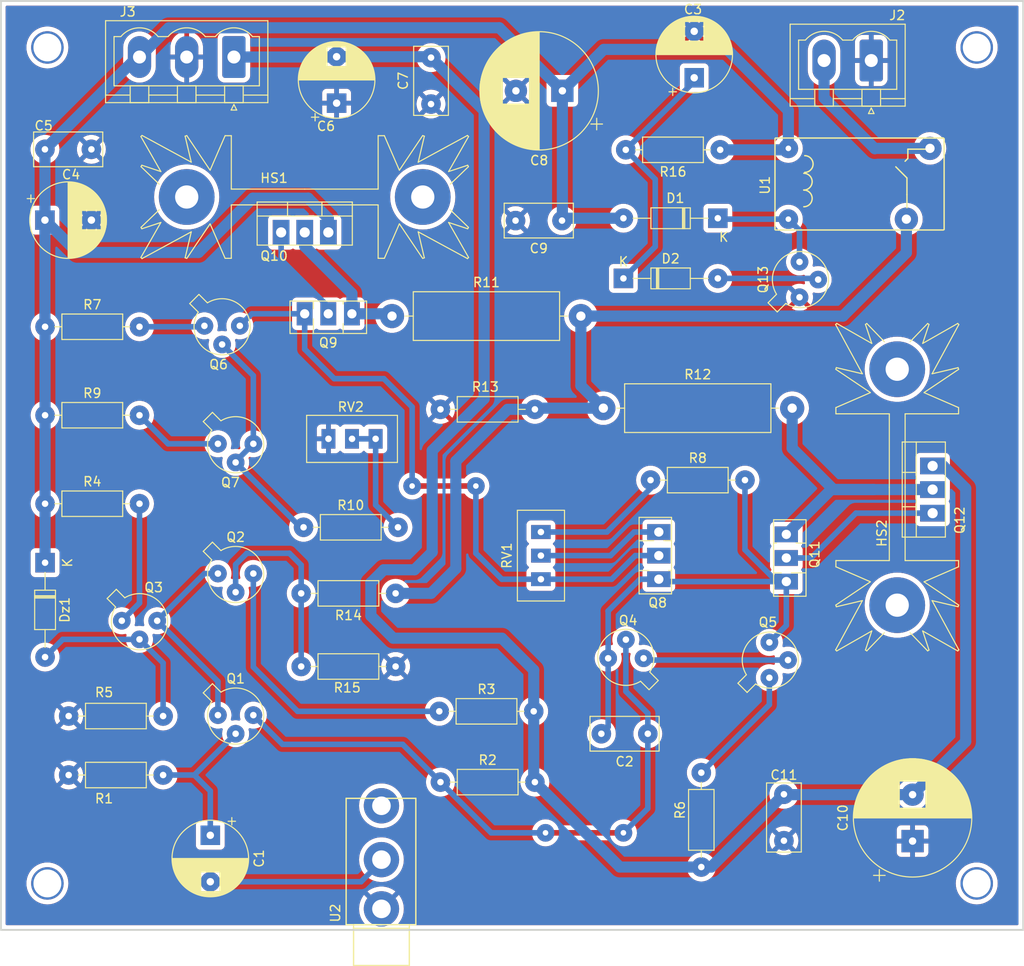
<source format=kicad_pcb>
(kicad_pcb (version 20211014) (generator pcbnew)
  (title_block (title "Nuck 45V vers 24/12V 13A") (date "2022-03-01") (rev "V0") (company "INSA GEI") (comment 1 "TR"))
  (layers (0 "F.Cu" signal) (31 "B.Cu" signal) (34 "B.Paste" user) (35 "F.Paste" user) (36 "B.SilkS" user "B.Silkscreen") (37 "F.SilkS" user "F.Silkscreen") (38 "B.Mask" user) (39 "F.Mask" user) (44 "Edge.Cuts" user))
  (net 0 "")
  (net 1 "Net-(Q10-Pad1)")
  (net 2 "Net-(Q10-Pad2)")
  (net 3 "+12V")
  (net 4 "Net-(Q11-Pad2)")
  (net 5 "Net-(Q11-Pad1)")
  (net 6 "-12V")
  (net 7 "Net-(Q1-Pad1)")
  (net 8 "Net-(C1-Pad1)")
  (net 9 "Net-(C2-Pad1)")
  (net 10 "Net-(Q2-Pad2)")
  (net 11 "Net-(Q2-Pad3)")
  (net 12 "Net-(Q3-Pad1)")
  (net 13 "Net-(Dz1-Pad2)")
  (net 14 "Net-(Q4-Pad1)")
  (net 15 "Net-(C2-Pad2)")
  (net 16 "Net-(Q5-Pad1)")
  (net 17 "Net-(Q6-Pad1)")
  (net 18 "Net-(Q6-Pad2)")
  (net 19 "Net-(Q6-Pad3)")
  (net 20 "Net-(Q7-Pad1)")
  (net 21 "GND")
  (net 22 "Net-(D2-Pad2)")
  (net 23 "Net-(D1-Pad1)")
  (net 24 "Net-(Q8-Pad3)")
  (net 25 "Net-(R11-Pad2)")
  (net 26 "Net-(J2-Pad2)")
  (net 27 "Net-(R8-Pad1)")
  (net 28 "Net-(R10-Pad2)")
  (net 29 "Net-(C3-Pad1)")
  (net 31 "Net-(C1-Pad2)")
  (footprint "CmpAmpliAudioTR:CP_Radial_D12.5mm_P5.00mm" (layer "F.Cu") (at 143.293959 46.99 180)
    (fp_text reference "C8" (at 2.5 -7.5) (layer "F.SilkS"))
    (fp_text value "470u")
    (pad "1" thru_hole rect locked (at 0 0 180) (size 2.4 2.4) (drill 0.8) (layers *.Cu *.Mask) (net 3 "+12V"))
    (pad "2" thru_hole circle locked (at 5 0 180) (size 2.4 2.4) (drill 0.8) (layers *.Cu *.Mask) (net 21 "GND"))
  )
  (footprint "CmpAmpliAudioTR:R_Axial_DIN0207_L6.3mm_D2.5mm_P10.16mm_Horizontal" (layer "F.Cu") (at 130.048 113.792)
    (fp_text reference "R3" (at 5.08 -2.37) (layer "F.SilkS"))
    (fp_text value "R")
    (pad "1" thru_hole circle locked (at 0 0) (size 2.1 2.1) (drill 0.7) (layers *.Cu *.Mask) (net 11 "Net-(Q2-Pad3)"))
    (pad "2" thru_hole circle locked (at 10.16 0) (size 2.1 2.1) (drill 0.7) (layers *.Cu *.Mask) (net 6 "-12V"))
  )
  (footprint "CmpAmpliAudioTR:D_DO-35_SOD27_P10.16mm_Horizontal" (layer "F.Cu") (at 149.86 67.183)
    (fp_text reference "D2" (at 5.08 -2.12) (layer "F.SilkS"))
    (fp_text value "D_Zener")
    (fp_text user "K" (at 0 -1.8) (layer "F.SilkS"))
    (pad "1" thru_hole rect locked (at 0 0) (size 2.1 2.1) (drill 0.7) (layers *.Cu *.Mask) (net 29 "Net-(C3-Pad1)"))
    (pad "2" thru_hole oval locked (at 10.16 0) (size 2.1 2.1) (drill 0.7) (layers *.Cu *.Mask) (net 22 "Net-(D2-Pad2)"))
  )
  (footprint "CmpAmpliAudioTR:D_DO-35_SOD27_P10.16mm_Horizontal" (layer "F.Cu") (at 87.63 97.79 -90)
    (fp_text reference "Dz1" (at 5.08 -2.12 90) (layer "F.SilkS"))
    (fp_text value "BZX55C5V1")
    (fp_text user "K" (at 0 -2.413 90) (layer "F.SilkS"))
    (pad "1" thru_hole rect locked (at 0 0 270) (size 2.1 2.1) (drill 0.7) (layers *.Cu *.Mask) (net 3 "+12V"))
    (pad "2" thru_hole oval locked (at 10.16 0 270) (size 2.1 2.1) (drill 0.7) (layers *.Cu *.Mask) (net 13 "Net-(Dz1-Pad2)"))
  )
  (footprint "CmpAmpliAudioTR:C_Rect_L7.2mm_W3.5mm_P5.00mm_FKS2_FKP2_MKS2_MKP2" (layer "F.Cu") (at 143.253959 60.96 180)
    (fp_text reference "C9" (at 2.5 -3) (layer "F.SilkS"))
    (fp_text value "100n")
    (pad "1" thru_hole circle locked (at 0 0 180) (size 2.1 2.1) (drill 0.7) (layers *.Cu *.Mask) (net 3 "+12V"))
    (pad "2" thru_hole circle locked (at 5 0 180) (size 2.1 2.1) (drill 0.7) (layers *.Cu *.Mask) (net 21 "GND"))
  )
  (footprint "CmpAmpliAudioTR:TO-220-3_Vertical" (layer "F.Cu") (at 113.03 62.23)
    (fp_text reference "Q10" (at -0.762 2.54) (layer "F.SilkS"))
    (fp_text value "TIP32")
    (pad "1" thru_hole rect locked (at 0 0) (size 1.8 2.7) (drill 1.1) (layers *.Cu *.Mask) (net 1 "Net-(Q10-Pad1)"))
    (pad "2" thru_hole rect locked (at 2.54 0) (size 1.8 2.7) (drill 1.1) (layers *.Cu *.Mask) (net 2 "Net-(Q10-Pad2)"))
    (pad "3" thru_hole rect locked (at 5.08 0) (size 1.8 2.7) (drill 1.1) (layers *.Cu *.Mask) (net 3 "+12V"))
  )
  (footprint "CmpAmpliAudioTR:TO-18-3" (layer "F.Cu") (at 105.41 72.39)
    (fp_text reference "Q6" (at 0.889 4.064) (layer "F.SilkS"))
    (fp_text value "2N2907")
    (pad "1" thru_hole circle locked (at -0.635 -0.1) (size 1.9 1.9) (drill 0.7) (layers *.Cu *.Mask) (net 17 "Net-(Q6-Pad1)"))
    (pad "2" thru_hole circle locked (at 1.27 1.905) (size 1.9 1.9) (drill 0.7) (layers *.Cu *.Mask) (net 18 "Net-(Q6-Pad2)"))
    (pad "3" thru_hole circle locked (at 3.175 -0.1) (size 1.9 1.9) (drill 0.7) (layers *.Cu *.Mask) (net 19 "Net-(Q6-Pad3)"))
  )
  (footprint "CmpAmpliAudioTR:R_Axial_DIN0207_L6.3mm_D2.5mm_P10.16mm_Horizontal" (layer "F.Cu") (at 87.63 91.44)
    (fp_text reference "R4" (at 5.08 -2.37) (layer "F.SilkS"))
    (fp_text value "R")
    (pad "1" thru_hole circle locked (at 0 0) (size 2.1 2.1) (drill 0.7) (layers *.Cu *.Mask) (net 3 "+12V"))
    (pad "2" thru_hole circle locked (at 10.16 0) (size 2.1 2.1) (drill 0.7) (layers *.Cu *.Mask) (net 12 "Net-(Q3-Pad1)"))
  )
  (footprint "CmpAmpliAudioTR:R_Axial_DIN0207_L6.3mm_D2.5mm_P10.16mm_Horizontal" (layer "F.Cu") (at 100.33 120.65 180)
    (fp_text reference "R1" (at 6.35 -2.54) (layer "F.SilkS"))
    (fp_text value "R")
    (pad "1" thru_hole circle locked (at 0 0 180) (size 2.1 2.1) (drill 0.7) (layers *.Cu *.Mask) (net 8 "Net-(C1-Pad1)"))
    (pad "2" thru_hole circle locked (at 10.16 0 180) (size 2.1 2.1) (drill 0.7) (layers *.Cu *.Mask) (net 21 "GND"))
  )
  (footprint "CmpAmpliAudioTR:R_Axial_DIN0207_L6.3mm_D2.5mm_P10.16mm_Horizontal" (layer "F.Cu") (at 125.349 101.092 180)
    (fp_text reference "R14" (at 5.08 -2.37) (layer "F.SilkS"))
    (fp_text value "R")
    (pad "1" thru_hole circle locked (at 0 0 180) (size 2.1 2.1) (drill 0.7) (layers *.Cu *.Mask) (net 25 "Net-(R11-Pad2)"))
    (pad "2" thru_hole circle locked (at 10.16 0 180) (size 2.1 2.1) (drill 0.7) (layers *.Cu *.Mask) (net 10 "Net-(Q2-Pad2)"))
  )
  (footprint "CmpAmpliAudioTR:Relais_112LMH2" (layer "F.Cu") (at 175.26 57.15)
    (fp_text reference "U1" (at -10.16 0 90) (layer "F.SilkS"))
    (fp_text value "Relay_1CT")
    (pad "b1" thru_hole circle (at -7.65 3.655) (size 2.1 2.1) (drill 0.6) (layers *.Cu *.Mask) (net 23 "Net-(D1-Pad1)"))
    (pad "b2" thru_hole circle (at -7.65 -3.965) (size 2.1 2.1) (drill 0.6) (layers *.Cu *.Mask) (net 3 "+12V"))
    (pad "c1" thru_hole circle (at 5.05 3.655) (size 2.5 2.5) (drill 1) (layers *.Cu *.Mask) (net 25 "Net-(R11-Pad2)"))
    (pad "c2" thru_hole circle (at 7.59 -3.965) (size 2.5 2.5) (drill 1) (layers *.Cu *.Mask) (net 26 "Net-(J2-Pad2)"))
  )
  (footprint "CmpAmpliAudioTR:C_Rect_L7.2mm_W3.5mm_P5.00mm_FKS2_FKP2_MKS2_MKP2" (layer "F.Cu") (at 167.132 127.722 90)
    (fp_text reference "C11" (at 7.072 0 180) (layer "F.SilkS"))
    (fp_text value "100n")
    (pad "1" thru_hole circle locked (at 0 0 90) (size 2.1 2.1) (drill 0.7) (layers *.Cu *.Mask) (net 21 "GND"))
    (pad "2" thru_hole circle locked (at 5 0 90) (size 2.1 2.1) (drill 0.7) (layers *.Cu *.Mask) (net 6 "-12V"))
  )
  (footprint "CmpAmpliAudioTR:Potentiometer_Bourns_3296W_Vertical" (layer "F.Cu") (at 140.982 94.488 90)
    (fp_text reference "RV1" (at -2.54 -3.66 90) (layer "F.SilkS"))
    (fp_text value "R_POT")
    (pad "1" thru_hole rect locked (at 0 0 90) (size 1.5 2.1) (drill 0.7) (layers *.Cu *.Mask) (net 27 "Net-(R8-Pad1)"))
    (pad "2" thru_hole rect locked (at -2.54 0 90) (size 1.5 2.1) (drill 0.7) (layers *.Cu *.Mask) (net 24 "Net-(Q8-Pad3)"))
    (pad "3" thru_hole rect locked (at -5.08 0 90) (size 1.5 2.1) (drill 0.7) (layers *.Cu *.Mask) (net 19 "Net-(Q6-Pad3)"))
  )
  (footprint "CmpAmpliAudioTR:Jack_35RAPC2AV" (layer "F.Cu") (at 123.825 137.16 90)
    (fp_text reference "U2" (at 1.651 -4.953 90) (layer "F.SilkS"))
    (fp_text value "Jack_Mono")
    (pad "G" thru_hole circle locked (at 2.1 0 90) (size 3.8 3.8) (drill 2) (layers *.Cu *.Mask) (net 21 "GND"))
    (pad "T" thru_hole circle locked (at 7.4 0 90) (size 3.8 3.8) (drill 2) (layers *.Cu *.Mask) (net 31 "Net-(C1-Pad2)"))
    (pad "TN" thru_hole circle locked (at 13.2 0 90) (size 3.8 3.8) (drill 2) (layers *.Cu *.Mask))
  )
  (footprint "CmpAmpliAudioTR:Heatsink_Fischer_SK104-STC-STIC_35x13mm_2xDrill2.5mm" (layer "F.Cu") (at 179.324 89.662 -90)
    (fp_text reference "HS2" (at 4.953 1.651 90) (layer "F.SilkS"))
    (fp_text value "Heatsink")
    (pad "1" thru_hole circle locked (at 12.7 0 270) (size 6 6) (drill 2.5) (layers *.Cu *.Mask))
    (pad "1" thru_hole circle locked (at -12.7 0 90) (size 6 6) (drill 2.5) (layers *.Cu *.Mask))
  )
  (footprint "CmpAmpliAudioTR:TO-18-3" (layer "F.Cu") (at 151.395552 107.981317 180)
    (fp_text reference "Q4" (at 1.027552 3.968317) (layer "F.SilkS"))
    (fp_text value "2N2222")
    (pad "1" thru_hole circle locked (at -0.635 -0.1 180) (size 1.9 1.9) (drill 0.7) (layers *.Cu *.Mask) (net 14 "Net-(Q4-Pad1)"))
    (pad "2" thru_hole circle locked (at 1.27 1.905 180) (size 1.9 1.9) (drill 0.7) (layers *.Cu *.Mask) (net 9 "Net-(C2-Pad1)"))
    (pad "3" thru_hole circle locked (at 3.175 -0.1 180) (size 1.9 1.9) (drill 0.7) (layers *.Cu *.Mask) (net 15 "Net-(C2-Pad2)"))
  )
  (footprint "CmpAmpliAudioTR:TO-220-3_Vertical" (layer "F.Cu") (at 183.134 92.456 90)
    (fp_text reference "Q12" (at -0.762 2.921 270) (layer "F.SilkS"))
    (fp_text value "TIP31")
    (pad "1" thru_hole rect locked (at 0 0 90) (size 1.8 2.7) (drill 1.1) (layers *.Cu *.Mask) (net 4 "Net-(Q11-Pad2)"))
    (pad "2" thru_hole rect locked (at 2.54 0 90) (size 1.8 2.7) (drill 1.1) (layers *.Cu *.Mask) (net 5 "Net-(Q11-Pad1)"))
    (pad "3" thru_hole rect locked (at 5.08 0 90) (size 1.8 2.7) (drill 1.1) (layers *.Cu *.Mask) (net 6 "-12V"))
  )
  (footprint "CmpAmpliAudioTR:R_Axial_DIN0516_L15.5mm_D5.0mm_P20.32mm_Horizontal" (layer "F.Cu") (at 147.701 81.153)
    (fp_text reference "R12" (at 10.16 -3.62) (layer "F.SilkS"))
    (fp_text value "R")
    (pad "1" thru_hole circle locked (at 0 0) (size 2.6 2.6) (drill 1) (layers *.Cu *.Mask) (net 25 "Net-(R11-Pad2)"))
    (pad "2" thru_hole oval locked (at 20.32 0) (size 2.6 2.6) (drill 1) (layers *.Cu *.Mask) (net 5 "Net-(Q11-Pad1)"))
  )
  (footprint "CmpAmpliAudioTR:PhoenixContact_MSTBVA_2,5_2-G-5,08_1x02_P5.08mm_Vertical" (layer "F.Cu") (at 176.53 43.7275 180)
    (fp_text reference "J2" (at -2.794 4.8655) (layer "F.SilkS"))
    (fp_text value "Conn_01x02")
    (pad "1" thru_hole roundrect locked (at 0 0 180) (size 2.5 4.5) (drill 1.4) (layers *.Cu *.Mask) (roundrect_rratio 0.12) (net 21 "GND"))
    (pad "2" thru_hole oval locked (at 5.08 0 180) (size 2.5 4.5) (drill 1.4) (layers *.Cu *.Mask) (net 26 "Net-(J2-Pad2)"))
  )
  (footprint "CmpAmpliAudioTR:TO-18-3" (layer "F.Cu") (at 106.864724 99.06)
    (fp_text reference "Q2" (at 1.27 -4.02) (layer "F.SilkS"))
    (fp_text value "2N2907")
    (pad "1" thru_hole circle locked (at -0.635 -0.1) (size 1.9 1.9) (drill 0.7) (layers *.Cu *.Mask) (net 7 "Net-(Q1-Pad1)"))
    (pad "2" thru_hole circle locked (at 1.27 1.905) (size 1.9 1.9) (drill 0.7) (layers *.Cu *.Mask) (net 10 "Net-(Q2-Pad2)"))
    (pad "3" thru_hole circle locked (at 3.175 -0.1) (size 1.9 1.9) (drill 0.7) (layers *.Cu *.Mask) (net 11 "Net-(Q2-Pad3)"))
  )
  (footprint "CmpAmpliAudioTR:R_Axial_DIN0207_L6.3mm_D2.5mm_P10.16mm_Horizontal" (layer "F.Cu") (at 100.33 114.3 180)
    (fp_text reference "R5" (at 6.35 2.54) (layer "F.SilkS"))
    (fp_text value "R")
    (pad "1" thru_hole circle locked (at 0 0 180) (size 2.1 2.1) (drill 0.7) (layers *.Cu *.Mask) (net 13 "Net-(Dz1-Pad2)"))
    (pad "2" thru_hole circle locked (at 10.16 0 180) (size 2.1 2.1) (drill 0.7) (layers *.Cu *.Mask) (net 21 "GND"))
  )
  (footprint "CmpAmpliAudioTR:D_DO-35_SOD27_P10.16mm_Horizontal" (layer "F.Cu") (at 160.02 60.706 180)
    (fp_text reference "D1" (at 4.572 2.159) (layer "F.SilkS"))
    (fp_text value "1N4148")
    (fp_text user "K" (at -0.635 -2.032) (layer "F.SilkS"))
    (pad "1" thru_hole rect locked (at 0 0 180) (size 2.1 2.1) (drill 0.7) (layers *.Cu *.Mask) (net 23 "Net-(D1-Pad1)"))
    (pad "2" thru_hole oval locked (at 10.16 0 180) (size 2.1 2.1) (drill 0.7) (layers *.Cu *.Mask) (net 3 "+12V"))
  )
  (footprint "CmpAmpliAudioTR:R_Axial_DIN0207_L6.3mm_D2.5mm_P10.16mm_Horizontal" (layer "F.Cu") (at 158.242 120.396 -90)
    (fp_text reference "R6" (at 4.026041 2.286 90) (layer "F.SilkS"))
    (fp_text value "R")
    (pad "1" thru_hole circle locked (at 0 0 270) (size 2.1 2.1) (drill 0.7) (layers *.Cu *.Mask) (net 16 "Net-(Q5-Pad1)"))
    (pad "2" thru_hole circle locked (at 10.16 0 270) (size 2.1 2.1) (drill 0.7) (layers *.Cu *.Mask) (net 6 "-12V"))
  )
  (footprint "CmpAmpliAudioTR:CP_Radial_D12.5mm_P5.00mm" (layer "F.Cu") (at 180.975 127.762 90)
    (fp_text reference "C10" (at 2.5 -7.5 90) (layer "F.SilkS"))
    (fp_text value "470u")
    (pad "1" thru_hole rect locked (at 0 0 90) (size 2.4 2.4) (drill 0.8) (layers *.Cu *.Mask) (net 21 "GND"))
    (pad "2" thru_hole circle locked (at 5 0 90) (size 2.4 2.4) (drill 0.8) (layers *.Cu *.Mask) (net 6 "-12V"))
  )
  (footprint "CmpAmpliAudioTR:C_Rect_L7.2mm_W3.5mm_P5.00mm_FKS2_FKP2_MKS2_MKP2" (layer "F.Cu") (at 152.487 116.205 180)
    (fp_text reference "C2" (at 2.5 -3) (layer "F.SilkS"))
    (fp_text value "C")
    (pad "1" thru_hole circle locked (at 0 0 180) (size 2.1 2.1) (drill 0.7) (layers *.Cu *.Mask) (net 9 "Net-(C2-Pad1)"))
    (pad "2" thru_hole circle locked (at 5 0 180) (size 2.1 2.1) (drill 0.7) (layers *.Cu *.Mask) (net 15 "Net-(C2-Pad2)"))
  )
  (footprint "CmpAmpliAudioTR:TO-18-3" (layer "F.Cu") (at 96.52 104.14)
    (fp_text reference "Q3" (at 2.794 -3.683) (layer "F.SilkS"))
    (fp_text value "2N2907")
    (pad "1" thru_hole circle locked (at -0.635 -0.1) (size 1.9 1.9) (drill 0.7) (layers *.Cu *.Mask) (net 12 "Net-(Q3-Pad1)"))
    (pad "2" thru_hole circle locked (at 1.27 1.905) (size 1.9 1.9) (drill 0.7) (layers *.Cu *.Mask) (net 13 "Net-(Dz1-Pad2)"))
    (pad "3" thru_hole circle locked (at 3.175 -0.1) (size 1.9 1.9) (drill 0.7) (layers *.Cu *.Mask) (net 7 "Net-(Q1-Pad1)"))
  )
  (footprint "CmpAmpliAudioTR:C_Rect_L7.2mm_W3.5mm_P5.00mm_FKS2_FKP2_MKS2_MKP2" (layer "F.Cu") (at 87.614949 53.2892)
    (fp_text reference "C5" (at -0.137349 -2.54) (layer "F.SilkS"))
    (fp_text value "100n")
    (pad "1" thru_hole circle locked (at 0 0) (size 2.1 2.1) (drill 0.7) (layers *.Cu *.Mask) (net 3 "+12V"))
    (pad "2" thru_hole circle locked (at 5 0) (size 2.1 2.1) (drill 0.7) (layers *.Cu *.Mask) (net 21 "GND"))
  )
  (footprint "CmpAmpliAudioTR:TO-126-3_Vertical" (layer "F.Cu") (at 120.644 70.993 180)
    (fp_text reference "Q9" (at 2.54 -3.12) (layer "F.SilkS"))
    (fp_text value "BD139")
    (pad "1" thru_hole rect locked (at 0 0 180) (size 1.7 2.5) (drill 1) (layers *.Cu *.Mask) (net 2 "Net-(Q10-Pad2)"))
    (pad "2" thru_hole rect locked (at 2.54 0 180) (size 1.7 2.5) (drill 1) (layers *.Cu *.Mask) (net 1 "Net-(Q10-Pad1)"))
    (pad "3" thru_hole rect locked (at 5.08 0 180) (size 1.7 2.5) (drill 1) (layers *.Cu *.Mask) (net 19 "Net-(Q6-Pad3)"))
  )
  (footprint "CmpAmpliAudioTR:R_Axial_DIN0516_L15.5mm_D5.0mm_P20.32mm_Horizontal" (layer "F.Cu") (at 124.962 71.241)
    (fp_text reference "R11" (at 10.16 -3.62) (layer "F.SilkS"))
    (fp_text value "R")
    (pad "1" thru_hole circle locked (at 0 0) (size 2.6 2.6) (drill 1) (layers *.Cu *.Mask) (net 2 "Net-(Q10-Pad2)"))
    (pad "2" thru_hole oval locked (at 20.32 0) (size 2.6 2.6) (drill 1) (layers *.Cu *.Mask) (net 25 "Net-(R11-Pad2)"))
  )
  (footprint "CmpAmpliAudioTR:TO-18-3" (layer "F.Cu") (at 106.864724 85.09)
    (fp_text reference "Q7" (at 0.704276 4.064) (layer "F.SilkS"))
    (fp_text value "2N2907")
    (pad "1" thru_hole circle locked (at -0.635 -0.1) (size 1.9 1.9) (drill 0.7) (layers *.Cu *.Mask) (net 20 "Net-(Q7-Pad1)"))
    (pad "2" thru_hole circle locked (at 1.27 1.905) (size 1.9 1.9) (drill 0.7) (layers *.Cu *.Mask) (net 18 "Net-(Q6-Pad2)"))
    (pad "3" thru_hole circle locked (at 3.175 -0.1) (size 1.9 1.9) (drill 0.7) (layers *.Cu *.Mask) (net 18 "Net-(Q6-Pad2)"))
  )
  (footprint "CmpAmpliAudioTR:R_Axial_DIN0207_L6.3mm_D2.5mm_P10.16mm_Horizontal" (layer "F.Cu") (at 87.63 72.39)
    (fp_text reference "R7" (at 5.08 -2.37) (layer "F.SilkS"))
    (fp_text value "R")
    (pad "1" thru_hole circle locked (at 0 0) (size 2.1 2.1) (drill 0.7) (layers *.Cu *.Mask) (net 3 "+12V"))
    (pad "2" thru_hole circle locked (at 10.16 0) (size 2.1 2.1) (drill 0.7) (layers *.Cu *.Mask) (net 17 "Net-(Q6-Pad1)"))
  )
  (footprint "CmpAmpliAudioTR:R_Axial_DIN0207_L6.3mm_D2.5mm_P10.16mm_Horizontal" (layer "F.Cu") (at 130.175 121.412)
    (fp_text reference "R2" (at 5.08 -2.37) (layer "F.SilkS"))
    (fp_text value "R")
    (pad "1" thru_hole circle locked (at 0 0) (size 2.1 2.1) (drill 0.7) (layers *.Cu *.Mask) (net 9 "Net-(C2-Pad1)"))
    (pad "2" thru_hole circle locked (at 10.16 0) (size 2.1 2.1) (drill 0.7) (layers *.Cu *.Mask) (net 6 "-12V"))
  )
  (footprint "CmpAmpliAudioTR:C_Rect_L7.2mm_W3.5mm_P5.00mm_FKS2_FKP2_MKS2_MKP2" (layer "F.Cu") (at 129.16 48.414698 90)
    (fp_text reference "C7" (at 2.5 -3 90) (layer "F.SilkS"))
    (fp_text value "100n")
    (pad "1" thru_hole circle locked (at 0 0 90) (size 2.1 2.1) (drill 0.7) (layers *.Cu *.Mask) (net 21 "GND"))
    (pad "2" thru_hole circle locked (at 5 0 90) (size 2.1 2.1) (drill 0.7) (layers *.Cu *.Mask) (net 6 "-12V"))
  )
  (footprint "CmpAmpliAudioTR:TO-18-3" (layer "F.Cu") (at 165.665724 109.543276 90)
    (fp_text reference "Q5" (at 5.334 -0.254 180) (layer "F.SilkS"))
    (fp_text value "2N2222")
    (pad "1" thru_hole circle locked (at -0.635 -0.1 90) (size 1.9 1.9) (drill 0.7) (layers *.Cu *.Mask) (net 16 "Net-(Q5-Pad1)"))
    (pad "2" thru_hole circle locked (at 1.27 1.905 90) (size 1.9 1.9) (drill 0.7) (layers *.Cu *.Mask) (net 14 "Net-(Q4-Pad1)"))
    (pad "3" thru_hole circle locked (at 3.175 -0.1 90) (size 1.9 1.9) (drill 0.7) (layers *.Cu *.Mask) (net 15 "Net-(C2-Pad2)"))
  )
  (footprint "CmpAmpliAudioTR:Heatsink_Fischer_SK104-STC-STIC_35x13mm_2xDrill2.5mm" (layer "F.Cu") (at 115.57 58.42)
    (fp_text reference "HS1" (at -3.302 -2.032) (layer "F.SilkS"))
    (fp_text value "Heatsink")
    (pad "1" thru_hole circle locked (at 12.7 0) (size 6 6) (drill 2.5) (layers *.Cu *.Mask))
    (pad "1" thru_hole circle locked (at -12.7 0 180) (size 6 6) (drill 2.5) (layers *.Cu *.Mask))
  )
  (footprint "CmpAmpliAudioTR:R_Axial_DIN0207_L6.3mm_D2.5mm_P10.16mm_Horizontal" (layer "F.Cu") (at 115.189 108.966)
    (fp_text reference "R15" (at 4.953 2.286) (layer "F.SilkS"))
    (fp_text value "R")
    (pad "1" thru_hole circle locked (at 0 0) (size 2.1 2.1) (drill 0.7) (layers *.Cu *.Mask) (net 10 "Net-(Q2-Pad2)"))
    (pad "2" thru_hole circle locked (at 10.16 0) (size 2.1 2.1) (drill 0.7) (layers *.Cu *.Mask) (net 21 "GND"))
  )
  (footprint "CmpAmpliAudioTR:R_Axial_DIN0207_L6.3mm_D2.5mm_P10.16mm_Horizontal" (layer "F.Cu") (at 115.443 93.98)
    (fp_text reference "R10" (at 5.08 -2.37) (layer "F.SilkS"))
    (fp_text value "R")
    (pad "1" thru_hole circle locked (at 0 0) (size 2.1 2.1) (drill 0.7) (layers *.Cu *.Mask) (net 18 "Net-(Q6-Pad2)"))
    (pad "2" thru_hole circle locked (at 10.16 0) (size 2.1 2.1) (drill 0.7) (layers *.Cu *.Mask) (net 28 "Net-(R10-Pad2)"))
  )
  (footprint "CmpAmpliAudioTR:CP_Radial_D8.0mm_P5.00mm" (layer "F.Cu") (at 119 48.317349 90)
    (fp_text reference "C6" (at -2.482651 -1.144 180) (layer "F.SilkS"))
    (fp_text value "10u")
    (pad "1" thru_hole rect locked (at 0 0 90) (size 2.1 2.1) (drill 0.8) (layers *.Cu *.Mask) (net 21 "GND"))
    (pad "2" thru_hole circle locked (at 5 0 90) (size 2.1 2.1) (drill 0.8) (layers *.Cu *.Mask) (net 6 "-12V"))
  )
  (footprint "CmpAmpliAudioTR:PhoenixContact_MSTBVA_2,5_3-G-5,08_1x03_P5.08mm_Vertical" (layer "F.Cu") (at 107.95 43.35 180)
    (fp_text reference "J3" (at 11.43 4.869 180) (layer "F.SilkS"))
    (fp_text value "Conn_01x03")
    (pad "1" thru_hole roundrect locked (at 0 0 180) (size 2.5 4.5) (drill 1.4) (layers *.Cu *.Mask) (roundrect_rratio 0.12) (net 6 "-12V"))
    (pad "2" thru_hole oval locked (at 5.08 0 180) (size 2.5 4.5) (drill 1.4) (layers *.Cu *.Mask) (net 21 "GND"))
    (pad "3" thru_hole oval locked (at 10.16 0 180) (size 2.5 4.5) (drill 1.4) (layers *.Cu *.Mask) (net 3 "+12V"))
  )
  (footprint "CmpAmpliAudioTR:CP_Radial_D8.0mm_P5.00mm" (layer "F.Cu") (at 157.48 45.582651 90)
    (fp_text reference "C3" (at 7.355651 -0.127 180) (layer "F.SilkS"))
    (fp_text value "100u")
    (pad "1" thru_hole rect locked (at 0 0 90) (size 2.1 2.1) (drill 0.8) (layers *.Cu *.Mask) (net 29 "Net-(C3-Pad1)"))
    (pad "2" thru_hole circle locked (at 5 0 90) (size 2.1 2.1) (drill 0.8) (layers *.Cu *.Mask) (net 21 "GND"))
  )
  (footprint "CmpAmpliAudioTR:TO-126-3_Vertical" (layer "F.Cu") (at 167.392 94.742 -90)
    (fp_text reference "Q11" (at 2.159 -3.048 90) (layer "F.SilkS"))
    (fp_text value "BD138")
    (pad "1" thru_hole rect locked (at 0 0 270) (size 1.7 2.5) (drill 1) (layers *.Cu *.Mask) (net 5 "Net-(Q11-Pad1)"))
    (pad "2" thru_hole rect locked (at 2.54 0 270) (size 1.7 2.5) (drill 1) (layers *.Cu *.Mask) (net 4 "Net-(Q11-Pad2)"))
    (pad "3" thru_hole rect locked (at 5.08 0 270) (size 1.7 2.5) (drill 1) (layers *.Cu *.Mask) (net 15 "Net-(C2-Pad2)"))
  )
  (footprint "CmpAmpliAudioTR:TO-126-3_Vertical" (layer "F.Cu") (at 153.67 99.568 90)
    (fp_text reference "Q8" (at -2.54 -0.127 180) (layer "F.SilkS"))
    (fp_text value "BD139")
    (pad "1" thru_hole rect locked (at 0 0 90) (size 1.7 2.5) (drill 1) (layers *.Cu *.Mask) (net 15 "Net-(C2-Pad2)"))
    (pad "2" thru_hole rect locked (at 2.54 0 90) (size 1.7 2.5) (drill 1) (layers *.Cu *.Mask) (net 19 "Net-(Q6-Pad3)"))
    (pad "3" thru_hole rect locked (at 5.08 0 90) (size 1.7 2.5) (drill 1) (layers *.Cu *.Mask) (net 24 "Net-(Q8-Pad3)"))
  )
  (footprint "CmpAmpliAudioTR:R_Axial_DIN0207_L6.3mm_D2.5mm_P10.16mm_Horizontal" (layer "F.Cu") (at 87.63 81.915)
    (fp_text reference "R9" (at 5.08 -2.37) (layer "F.SilkS"))
    (fp_text value "R")
    (pad "1" thru_hole circle locked (at 0 0) (size 2.1 2.1) (drill 0.7) (layers *.Cu *.Mask) (net 3 "+12V"))
    (pad "2" thru_hole circle locked (at 10.16 0) (size 2.1 2.1) (drill 0.7) (layers *.Cu *.Mask) (net 20 "Net-(Q7-Pad1)"))
  )
  (footprint "CmpAmpliAudioTR:Potentiometer_Bourns_3296W_Vertical" (layer "F.Cu") (at 123.2 84.455)
    (fp_text reference "RV2" (at -2.677 -3.429) (layer "F.SilkS"))
    (fp_text value "R_POT")
    (pad "1" thru_hole rect locked (at 0 0) (size 1.5 2.1) (drill 0.7) (layers *.Cu *.Mask) (net 28 "Net-(R10-Pad2)"))
    (pad "2" thru_hole rect locked (at -2.54 0) (size 1.5 2.1) (drill 0.7) (layers *.Cu *.Mask) (net 28 "Net-(R10-Pad2)"))
    (pad "3" thru_hole rect locked (at -5.08 0) (size 1.5 2.1) (drill 0.7) (layers *.Cu *.Mask) (net 21 "GND"))
  )
  (footprint "CmpAmpliAudioTR:CP_Radial_D8.0mm_P5.00mm" (layer "F.Cu") (at 87.614949 60.9092)
    (fp_text reference "C4" (at 2.809051 -4.9022) (layer "F.SilkS"))
    (fp_text value "10u")
    (pad "1" thru_hole rect locked (at 0 0) (size 2.1 2.1) (drill 0.8) (layers *.Cu *.Mask) (net 3 "+12V"))
    (pad "2" thru_hole circle locked (at 5 0) (size 2.1 2.1) (drill 0.8) (layers *.Cu *.Mask) (net 21 "GND"))
  )
  (footprint "CmpAmpliAudioTR:CP_Radial_D8.0mm_P5.00mm" (layer "F.Cu") (at 105.41 127.137349 -90)
    (fp_text reference "C1" (at 2.5 -5.25 -270) (layer "F.SilkS"))
    (fp_text value "47u")
    (pad "1" thru_hole rect locked (at 0 0 270) (size 2.1 2.1) (drill 0.8) (layers *.Cu *.Mask) (net 8 "Net-(C1-Pad1)"))
    (pad "2" thru_hole circle locked (at 5 0 270) (size 2.1 2.1) (drill 0.8) (layers *.Cu *.Mask) (net 31 "Net-(C1-Pad2)"))
  )
  (footprint "CmpAmpliAudioTR:TO-18-3" (layer "F.Cu") (at 106.864724 114.3)
    (fp_text reference "Q1" (at 1.27 -4.02) (layer "F.SilkS"))
    (fp_text value "2N2907")
    (pad "1" thru_hole circle locked (at -0.635 -0.1) (size 1.9 1.9) (drill 0.7) (layers *.Cu *.Mask) (net 7 "Net-(Q1-Pad1)"))
    (pad "2" thru_hole circle locked (at 1.27 1.905) (size 1.9 1.9) (drill 0.7) (layers *.Cu *.Mask) (net 8 "Net-(C1-Pad1)"))
    (pad "3" thru_hole circle locked (at 3.175 -0.1) (size 1.9 1.9) (drill 0.7) (layers *.Cu *.Mask) (net 9 "Net-(C2-Pad1)"))
  )
  (footprint "CmpAmpliAudioTR:R_Axial_DIN0207_L6.3mm_D2.5mm_P10.16mm_Horizontal" (layer "F.Cu") (at 140.335 81.28 180)
    (fp_text reference "R13" (at 5.334 2.413) (layer "F.SilkS"))
    (fp_text value "R")
    (pad "1" thru_hole circle locked (at 0 0 180) (size 2.1 2.1) (drill 0.7) (layers *.Cu *.Mask) (net 25 "Net-(R11-Pad2)"))
    (pad "2" thru_hole circle locked (at 10.16 0 180) (size 2.1 2.1) (drill 0.7) (layers *.Cu *.Mask) (net 21 "GND"))
  )
  (footprint "CmpAmpliAudioTR:TO-18-3" (layer "F.Cu") (at 168.91 68.58 90)
    (fp_text reference "Q13" (at 1.27 -4.02 90) (layer "F.SilkS"))
    (fp_text value "2N2222")
    (pad "1" thru_hole circle locked (at -0.635 -0.1 90) (size 1.9 1.9) (drill 0.7) (layers *.Cu *.Mask) (net 21 "GND"))
    (pad "2" thru_hole circle locked (at 1.27 1.905 90) (size 1.9 1.9) (drill 0.7) (layers *.Cu *.Mask) (net 22 "Net-(D2-Pad2)"))
    (pad "3" thru_hole circle locked (at 3.175 -0.1 90) (size 1.9 1.9) (drill 0.7) (layers *.Cu *.Mask) (net 23 "Net-(D1-Pad1)"))
  )
  (footprint "CmpAmpliAudioTR:R_Axial_DIN0207_L6.3mm_D2.5mm_P10.16mm_Horizontal" (layer "F.Cu") (at 160.274 53.34 180)
    (fp_text reference "R16" (at 5.08 -2.37) (layer "F.SilkS"))
    (fp_text value "R")
    (pad "1" thru_hole circle locked (at 0 0 180) (size 2.1 2.1) (drill 0.7) (layers *.Cu *.Mask) (net 3 "+12V"))
    (pad "2" thru_hole circle locked (at 10.16 0 180) (size 2.1 2.1) (drill 0.7) (layers *.Cu *.Mask) (net 29 "Net-(C3-Pad1)"))
  )
  (footprint "CmpAmpliAudioTR:R_Axial_DIN0207_L6.3mm_D2.5mm_P10.16mm_Horizontal" (layer "F.Cu") (at 152.781 88.9)
    (fp_text reference "R8" (at 5.08 -2.37 180) (layer "F.SilkS"))
    (fp_text value "R")
    (pad "1" thru_hole circle locked (at 0 0) (size 2.1 2.1) (drill 0.7) (layers *.Cu *.Mask) (net 27 "Net-(R8-Pad1)"))
    (pad "2" thru_hole circle locked (at 10.16 0) (size 2.1 2.1) (drill 0.7) (layers *.Cu *.Mask) (net 15 "Net-(C2-Pad2)"))
  )
  (gr_rect (start 82.88 37.32) (end 192.88 137.32) (layer "Edge.Cuts") (width 0.2) (fill none))
  (gr_text "AMPLICATEUR" (at 138.049 133.985) (layer "B.Cu") (effects (font (size 1.5 1.5) (thickness 0.3)) (justify mirror)))
  (gr_text "13/03/22" (at 153.797 133.985) (layer "B.Cu") (effects (font (size 1.5 1.5) (thickness 0.3)) (justify mirror)))
  (gr_text "HOLMES EMILY" (at 137.795 131.064) (layer "B.Cu") (effects (font (size 1.5 1.5) (thickness 0.3)) (justify mirror)))
  (via (at 87.88 132.32) (size 3.5) (drill 3) (layers "F.Cu" "B.Cu") (net 0))
  (via (at 187.88 132.32) (size 3.5) (drill 3) (layers "F.Cu" "B.Cu") (net 0))
  (via (at 87.88 42.32) (size 3.5) (drill 3) (layers "F.Cu" "B.Cu") (net 0))
  (via (at 187.88 42.32) (size 3.5) (drill 3) (layers "F.Cu" "B.Cu") (net 0))
  (segment (start 113.03 62.23) (end 113.03 65.159978) (width 0.6) (layer "B.Cu") (net 1))
  (segment (start 118.104 70.233978) (end 118.104 70.993) (width 0.6) (layer "B.Cu") (net 1))
  (segment (start 113.03 65.159978) (end 118.104 70.233978) (width 0.6) (layer "B.Cu") (net 1))
  (segment (start 115.57 63.739022) (end 120.644 68.813022) (width 1.2) (layer "B.Cu") (net 2))
  (segment (start 120.644 70.993) (end 124.714 70.993) (width 1.2) (layer "B.Cu") (net 2))
  (segment (start 120.644 68.813022) (end 120.644 70.993) (width 1.2) (layer "B.Cu") (net 2))
  (segment (start 124.714 70.993) (end 124.962 71.241) (width 1.2) (layer "B.Cu") (net 2))
  (segment (start 115.57 62.23) (end 115.57 63.739022) (width 1.2) (layer "B.Cu") (net 2))
  (segment (start 167.455 53.34) (end 167.61 53.185) (width 1.2) (layer "B.Cu") (net 3))
  (segment (start 115.951 58.547) (end 109.982 58.547) (width 1.2) (layer "B.Cu") (net 3))
  (segment (start 161.023162 42.532162) (end 147.751797 42.532162) (width 1.2) (layer "B.Cu") (net 3))
  (segment (start 87.63 81.915) (end 87.63 91.44) (width 1.2) (layer "B.Cu") (net 3))
  (segment (start 147.751797 42.532162) (end 143.293959 46.99) (width 1.2) (layer "B.Cu") (net 3))
  (segment (start 104.14 64.389) (end 91.094749 64.389) (width 1.2) (layer "B.Cu") (net 3))
  (segment (start 87.614949 72.374949) (end 87.63 72.39) (width 1.2) (layer "B.Cu") (net 3))
  (segment (start 143.293959 46.99) (end 143.293959 60.92) (width 1.2) (layer "B.Cu") (net 3))
  (segment (start 97.79 43.35) (end 97.554149 43.35) (width 1.2) (layer "B.Cu") (net 3))
  (segment (start 143.507959 60.706) (end 143.253959 60.96) (width 1.2) (layer "B.Cu") (net 3))
  (segment (start 97.554149 43.35) (end 87.614949 53.2892) (width 1.2) (layer "B.Cu") (net 3))
  (segment (start 87.614949 53.2892) (end 87.614949 60.9092) (width 1.2) (layer "B.Cu") (net 3))
  (segment (start 100.93952 40.20048) (end 136.504439 40.20048) (width 1.2) (layer "B.Cu") (net 3))
  (segment (start 143.293959 60.92) (end 143.253959 60.96) (width 1.2) (layer "B.Cu") (net 3))
  (segment (start 118.11 62.23) (end 118.11 60.720978) (width 1.2) (layer "B.Cu") (net 3))
  (segment (start 87.63 72.39) (end 87.63 81.915) (width 1.2) (layer "B.Cu") (net 3))
  (segment (start 91.094749 64.389) (end 87.614949 60.9092) (width 1.2) (layer "B.Cu") (net 3))
  (segment (start 87.63 91.44) (end 87.63 97.79) (width 1.2) (layer "B.Cu") (net 3))
  (segment (start 136.504439 40.20048) (end 143.293959 46.99) (width 1.2) (layer "B.Cu") (net 3))
  (segment (start 115.951 58.561978) (end 115.951 58.547) (width 1.2) (layer "B.Cu") (net 3))
  (segment (start 167.61 53.185) (end 167.61 49.119) (width 1.2) (layer "B.Cu") (net 3))
  (segment (start 149.86 60.706) (end 143.507959 60.706) (width 1.2) (layer "B.Cu") (net 3))
  (segment (start 109.982 58.547) (end 104.14 64.389) (width 1.2) (layer "B.Cu") (net 3))
  (segment (start 87.614949 60.9092) (end 87.614949 72.374949) (width 1.2) (layer "B.Cu") (net 3))
  (segment (start 97.79 43.35) (end 100.93952 40.20048) (width 1.2) (layer "B.Cu") (net 3))
  (segment (start 167.61 49.119) (end 161.023162 42.532162) (width 1.2) (layer "B.Cu") (net 3))
  (segment (start 118.11 60.720978) (end 115.951 58.561978) (width 1.2) (layer "B.Cu") (net 3))
  (segment (start 160.274 53.34) (end 167.455 53.34) (width 1.2) (layer "B.Cu") (net 3))
  (segment (start 174.879 92.456) (end 170.053 97.282) (width 0.6) (layer "B.Cu") (net 4))
  (segment (start 183.134 92.456) (end 174.879 92.456) (width 0.6) (layer "B.Cu") (net 4))
  (segment (start 170.053 97.282) (end 167.392 97.282) (width 0.6) (layer "B.Cu") (net 4))
  (segment (start 172.218 89.916) (end 167.392 94.742) (width 1.2) (layer "B.Cu") (net 5))
  (segment (start 183.134 89.916) (end 176.784 89.916) (width 1.2) (layer "B.Cu") (net 5))
  (segment (start 176.784 89.916) (end 172.466 89.916) (width 1.2) (layer "B.Cu") (net 5))
  (segment (start 168.021 85.471) (end 168.021 81.153) (width 1.2) (layer "B.Cu") (net 5))
  (segment (start 176.784 89.916) (end 172.218 89.916) (width 1.2) (layer "B.Cu") (net 5))
  (segment (start 172.466 89.916) (end 168.021 85.471) (width 1.2) (layer "B.Cu") (net 5))
  (segment (start 184.277 87.376) (end 186.69 89.789) (width 1.2) (layer "B.Cu") (net 6))
  (segment (start 127.381 98.552) (end 124.079 98.552) (width 1.2) (layer "B.Cu") (net 6))
  (segment (start 140.335 121.412) (end 149.479 130.556) (width 1.2) (layer "B.Cu") (net 6))
  (segment (start 125.095 105.918) (end 136.779 105.918) (width 1.2) (layer "B.Cu") (net 6))
  (segment (start 129.286 96.647) (end 127.381 98.552) (width 1.2) (layer "B.Cu") (net 6))
  (segment (start 167.132 122.722) (end 159.298 130.556) (width 1.2) (layer "B.Cu") (net 6))
  (segment (start 186.69 117.047) (end 180.975 122.762) (width 1.2) (layer "B.Cu") (net 6))
  (segment (start 140.208 113.792) (end 140.208 121.285) (width 1.2) (layer "B.Cu") (net 6))
  (segment (start 136.779 105.918) (end 140.208 109.347) (width 1.2) (layer "B.Cu") (net 6))
  (segment (start 140.208 109.347) (end 140.208 113.792) (width 1.2) (layer "B.Cu") (net 6))
  (segment (start 107.95 43.35) (end 118.967349 43.35) (width 1.2) (layer "B.Cu") (net 6))
  (segment (start 129.16 43.414698) (end 134.874 49.128698) (width 1.2) (layer "B.Cu") (net 6))
  (segment (start 180.975 122.762) (end 167.172 122.762) (width 1.2) (layer "B.Cu") (net 6))
  (segment (start 159.298 130.556) (end 158.242 130.556) (width 1.2) (layer "B.Cu") (net 6))
  (segment (start 186.69 89.789) (end 186.69 117.047) (width 1.2) (layer "B.Cu") (net 6))
  (segment (start 140.208 121.285) (end 140.335 121.412) (width 1.2) (layer "B.Cu") (net 6))
  (segment (start 129.062651 43.317349) (end 129.16 43.414698) (width 1.2) (layer "B.Cu") (net 6))
  (segment (start 134.874 80.137) (end 129.286 85.725) (width 1.2) (layer "B.Cu") (net 6))
  (segment (start 118.967349 43.35) (end 119 43.317349) (width 1.2) (layer "B.Cu") (net 6))
  (segment (start 122.682 99.949) (end 122.682 103.505) (width 1.2) (layer "B.Cu") (net 6))
  (segment (start 167.172 122.762) (end 167.132 122.722) (width 1.2) (layer "B.Cu") (net 6))
  (segment (start 149.479 130.556) (end 158.242 130.556) (width 1.2) (layer "B.Cu") (net 6))
  (segment (start 122.682 103.505) (end 125.095 105.918) (width 1.2) (layer "B.Cu") (net 6))
  (segment (start 124.079 98.552) (end 122.682 99.949) (width 1.2) (layer "B.Cu") (net 6))
  (segment (start 119 43.317349) (end 129.062651 43.317349) (width 1.2) (layer "B.Cu") (net 6))
  (segment (start 183.134 87.376) (end 184.277 87.376) (width 1.2) (layer "B.Cu") (net 6))
  (segment (start 129.286 85.725) (end 129.286 96.647) (width 1.2) (layer "B.Cu") (net 6))
  (segment (start 134.874 49.128698) (end 134.874 80.137) (width 1.2) (layer "B.Cu") (net 6))
  (segment (start 104.775 98.96) (end 99.695 104.04) (width 0.6) (layer "B.Cu") (net 7))
  (segment (start 106.229724 98.96) (end 104.775 98.96) (width 0.6) (layer "B.Cu") (net 7))
  (segment (start 99.695 104.04) (end 106.229724 110.574724) (width 0.6) (layer "B.Cu") (net 7))
  (segment (start 106.229724 110.574724) (end 106.229724 114.2) (width 0.6) (layer "B.Cu") (net 7))
  (segment (start 105.41 122.370276) (end 103.689724 120.65) (width 0.6) (layer "B.Cu") (net 8))
  (segment (start 105.41 127.137349) (end 105.41 122.370276) (width 0.6) (layer "B.Cu") (net 8))
  (segment (start 103.689724 120.65) (end 108.134724 116.205) (width 0.6) (layer "B.Cu") (net 8))
  (segment (start 100.33 120.65) (end 103.689724 120.65) (width 0.6) (layer "B.Cu") (net 8))
  (segment (start 149.86 126.873) (end 141.478 126.873) (width 0.6) (layer "F.Cu") (net 9))
  (via (at 149.86 126.873) (size 1.9) (drill 0.6) (layers "F.Cu" "B.Cu") (net 9))
  (via (at 141.478 126.873) (size 1.9) (drill 0.6) (layers "F.Cu" "B.Cu") (net 9))
  (segment (start 135.636 126.873) (end 141.478 126.873) (width 0.6) (layer "B.Cu") (net 9))
  (segment (start 152.487 114.006) (end 150.125552 111.644552) (width 0.6) (layer "B.Cu") (net 9))
  (segment (start 130.175 121.412) (end 135.636 126.873) (width 0.6) (layer "B.Cu") (net 9))
  (segment (start 152.487 116.205) (end 152.487 114.006) (width 0.6) (layer "B.Cu") (net 9))
  (segment (start 126.111 117.348) (end 130.175 121.412) (width 0.6) (layer "B.Cu") (net 9))
  (segment (start 152.487 124.246) (end 149.86 126.873) (width 0.6) (layer "B.Cu") (net 9))
  (segment (start 110.039724 114.2) (end 113.187724 117.348) (width 0.6) (layer "B.Cu") (net 9))
  (segment (start 113.187724 117.348) (end 126.111 117.348) (width 0.6) (layer "B.Cu") (net 9))
  (segment (start 152.487 116.205) (end 152.487 124.246) (width 0.6) (layer "B.Cu") (net 9))
  (segment (start 150.125552 111.644552) (end 150.125552 106.076317) (width 0.6) (layer "B.Cu") (net 9))
  (segment (start 115.189 98.044) (end 113.919 96.774) (width 0.6) (layer "B.Cu") (net 10))
  (segment (start 115.189 101.092) (end 115.189 108.966) (width 0.6) (layer "B.Cu") (net 10))
  (segment (start 108.134724 97.986276) (end 108.134724 100.965) (width 0.6) (layer "B.Cu") (net 10))
  (segment (start 113.919 96.774) (end 109.347 96.774) (width 0.6) (layer "B.Cu") (net 10))
  (segment (start 109.347 96.774) (end 108.134724 97.986276) (width 0.6) (layer "B.Cu") (net 10))
  (segment (start 115.189 101.092) (end 115.189 98.044) (width 0.6) (layer "B.Cu") (net 10))
  (segment (start 114.808 113.792) (end 130.048 113.792) (width 0.6) (layer "B.Cu") (net 11))
  (segment (start 110.039724 109.023724) (end 114.808 113.792) (width 0.6) (layer "B.Cu") (net 11))
  (segment (start 110.039724 98.96) (end 110.039724 109.023724) (width 0.6) (layer "B.Cu") (net 11))
  (segment (start 97.79 102.135) (end 95.885 104.04) (width 0.6) (layer "B.Cu") (net 12))
  (segment (start 97.79 91.44) (end 97.79 102.135) (width 0.6) (layer "B.Cu") (net 12))
  (segment (start 100.33 114.3) (end 100.33 108.585) (width 0.6) (layer "B.Cu") (net 13))
  (segment (start 97.79 106.045) (end 89.535 106.045) (width 0.6) (layer "B.Cu") (net 13))
  (segment (start 100.33 108.585) (end 97.79 106.045) (width 0.6) (layer "B.Cu") (net 13))
  (segment (start 89.535 106.045) (end 87.63 107.95) (width 0.6) (layer "B.Cu") (net 13))
  (segment (start 167.570724 108.273276) (end 152.222511 108.273276) (width 0.6) (layer "B.Cu") (net 14))
  (segment (start 152.222511 108.273276) (end 152.030552 108.081317) (width 0.6) (layer "B.Cu") (net 14))
  (segment (start 148.220552 103.008552) (end 148.220552 108.081317) (width 0.6) (layer "B.Cu") (net 15))
  (segment (start 162.941 96.393) (end 166.116 99.568) (width 0.6) (layer "B.Cu") (net 15))
  (segment (start 153.67 99.568) (end 151.638 99.568) (width 0.6) (layer "B.Cu") (net 15))
  (segment (start 148.220552 115.471448) (end 147.487 116.205) (width 0.6) (layer "B.Cu") (net 15))
  (segment (start 167.392 99.822) (end 153.924 99.822) (width 0.6) (layer "B.Cu") (net 15))
  (segment (start 153.924 99.822) (end 153.67 99.568) (width 0.6) (layer "B.Cu") (net 15))
  (segment (start 151.638 99.568) (end 148.209 102.997) (width 0.6) (layer "B.Cu") (net 15))
  (segment (start 148.209 102.997) (end 148.220552 103.008552) (width 0.6) (layer "B.Cu") (net 15))
  (segment (start 167.392 104.542) (end 165.565724 106.368276) (width 0.6) (layer "B.Cu") (net 15))
  (segment (start 148.220552 108.081317) (end 148.220552 115.471448) (width 0.6) (layer "B.Cu") (net 15))
  (segment (start 167.392 99.822) (end 167.392 104.542) (width 0.6) (layer "B.Cu") (net 15))
  (segment (start 162.941 88.9) (end 162.941 96.393) (width 0.6) (layer "B.Cu") (net 15))
  (segment (start 165.565724 113.072276) (end 165.565724 110.178276) (width 0.6) (layer "B.Cu") (net 16))
  (segment (start 158.242 120.396) (end 165.565724 113.072276) (width 0.6) (layer "B.Cu") (net 16))
  (segment (start 97.79 72.39) (end 104.675 72.39) (width 0.6) (layer "B.Cu") (net 17))
  (segment (start 104.675 72.39) (end 104.775 72.29) (width 0.6) (layer "B.Cu") (net 17))
  (segment (start 110.039724 77.654724) (end 106.68 74.295) (width 0.6) (layer "B.Cu") (net 18))
  (segment (start 108.134724 86.995) (end 115.119724 93.98) (width 0.6) (layer "B.Cu") (net 18))
  (segment (start 110.039724 84.99) (end 110.039724 77.654724) (width 0.6) (layer "B.Cu") (net 18))
  (segment (start 108.134724 86.895) (end 110.039724 84.99) (width 0.6) (layer "B.Cu") (net 18))
  (segment (start 108.134724 86.995) (end 108.134724 86.895) (width 0.6) (layer "B.Cu") (net 18))
  (segment (start 115.119724 93.98) (end 115.443 93.98) (width 0.6) (layer "B.Cu") (net 18))
  (segment (start 133.985 89.535) (end 127.127 89.535) (width 0.6) (layer "F.Cu") (net 19))
  (via (at 133.985 89.535) (size 1.9) (drill 0.6) (layers "F.Cu" "B.Cu") (net 19))
  (via (at 127.127 89.535) (size 1.9) (drill 0.6) (layers "F.Cu" "B.Cu") (net 19))
  (segment (start 127.127 81.026) (end 127.127 89.535) (width 0.6) (layer "B.Cu") (net 19))
  (segment (start 115.564 70.993) (end 109.882 70.993) (width 0.6) (layer "B.Cu") (net 19))
  (segment (start 115.564 74.797) (end 118.745 77.978) (width 0.6) (layer "B.Cu") (net 19))
  (segment (start 115.564 70.993) (end 115.564 74.797) (width 0.6) (layer "B.Cu") (net 19))
  (segment (start 124.079 77.978) (end 127.127 81.026) (width 0.6) (layer "B.Cu") (net 19))
  (segment (start 118.745 77.978) (end 124.079 77.978) (width 0.6) (layer "B.Cu") (net 19))
  (segment (start 133.985 96.774) (end 133.985 89.535) (width 0.6) (layer "B.Cu") (net 19))
  (segment (start 140.982 99.568) (end 136.779 99.568) (width 0.6) (layer "B.Cu") (net 19))
  (segment (start 151.136 97.028) (end 153.67 97.028) (width 0.6) (layer "B.Cu") (net 19))
  (segment (start 109.882 70.993) (end 108.585 72.29) (width 0.6) (layer "B.Cu") (net 19))
  (segment (start 136.779 99.568) (end 133.985 96.774) (width 0.6) (layer "B.Cu") (net 19))
  (segment (start 140.982 99.568) (end 148.596 99.568) (width 0.6) (layer "B.Cu") (net 19))
  (segment (start 148.596 99.568) (end 151.136 97.028) (width 0.6) (layer "B.Cu") (net 19))
  (segment (start 97.79 81.915) (end 100.865 84.99) (width 0.6) (layer "B.Cu") (net 20))
  (segment (start 100.865 84.99) (end 106.229724 84.99) (width 0.6) (layer "B.Cu") (net 20))
  (segment (start 129.062651 48.317349) (end 129.16 48.414698) (width 1.2) (layer "B.Cu") (net 21))
  (segment (start 160.02 67.183) (end 170.688 67.183) (width 0.6) (layer "B.Cu") (net 22))
  (segment (start 170.688 67.183) (end 170.815 67.31) (width 0.6) (layer "B.Cu") (net 22))
  (segment (start 167.61 60.805) (end 160.119 60.805) (width 0.6) (layer "B.Cu") (net 23))
  (segment (start 168.81 62.005) (end 168.81 65.405) (width 0.6) (layer "B.Cu") (net 23))
  (segment (start 160.119 60.805) (end 160.02 60.706) (width 0.6) (layer "B.Cu") (net 23))
  (segment (start 167.61 60.805) (end 168.81 62.005) (width 0.6) (layer "B.Cu") (net 23))
  (segment (start 148.469 97.028) (end 151.009 94.488) (width 0.6) (layer "B.Cu") (net 24))
  (segment (start 140.982 97.028) (end 148.469 97.028) (width 0.6) (layer "B.Cu") (net 24))
  (segment (start 151.009 94.488) (end 153.67 94.488) (width 0.6) (layer "B.Cu") (net 24))
  (segment (start 145.282 78.734) (end 147.701 81.153) (width 1.2) (layer "B.Cu") (net 25))
  (segment (start 147.701 81.153) (end 140.462 81.153) (width 1.2) (layer "B.Cu") (net 25))
  (segment (start 137.414 81.28) (end 131.826 86.868) (width 1.2) (layer "B.Cu") (net 25))
  (segment (start 129.159 101.092) (end 125.349 101.092) (width 1.2) (layer "B.Cu") (net 25))
  (segment (start 173.488 71.241) (end 145.282 71.241) (width 1.2) (layer "B.Cu") (net 25))
  (segment (start 180.31 60.805) (end 180.31 64.419) (width 1.2) (layer "B.Cu") (net 25))
  (segment (start 140.462 81.153) (end 140.335 81.28) (width 1.2) (layer "B.Cu") (net 25))
  (segment (start 131.826 86.868) (end 131.826 98.425) (width 1.2) (layer "B.Cu") (net 25))
  (segment (start 180.31 64.419) (end 173.488 71.241) (width 1.2) (layer "B.Cu") (net 25))
  (segment (start 145.282 71.241) (end 145.282 78.734) (width 1.2) (layer "B.Cu") (net 25))
  (segment (start 131.826 98.425) (end 129.159 101.092) (width 1.2) (layer "B.Cu") (net 25))
  (segment (start 140.335 81.28) (end 137.414 81.28) (width 1.2) (layer "B.Cu") (net 25))
  (segment (start 171.45 47.752) (end 176.911 53.213) (width 1.2) (layer "B.Cu") (net 26))
  (segment (start 176.911 53.213) (end 176.939 53.185) (width 1.2) (layer "B.Cu") (net 26))
  (segment (start 176.939 53.185) (end 182.85 53.185) (width 1.2) (layer "B.Cu") (net 26))
  (segment (start 171.45 43.7275) (end 171.45 47.752) (width 1.2) (layer "B.Cu") (net 26))
  (segment (start 152.781 89.789) (end 152.781 88.9) (width 0.6) (layer "B.Cu") (net 27))
  (segment (start 140.982 94.488) (end 148.082 94.488) (width 0.6) (layer "B.Cu") (net 27))
  (segment (start 148.082 94.488) (end 152.781 89.789) (width 0.6) (layer "B.Cu") (net 27))
  (segment (start 125.603 93.98) (end 123.2 91.577) (width 0.6) (layer "B.Cu") (net 28))
  (segment (start 123.2 91.577) (end 123.2 84.455) (width 0.6) (layer "B.Cu") (net 28))
  (segment (start 120.66 84.455) (end 123.2 84.455) (width 0.6) (layer "B.Cu") (net 28))
  (segment (start 157.48 45.974) (end 157.48 45.582651) (width 0.6) (layer "B.Cu") (net 29))
  (segment (start 150.114 53.34) (end 157.48 45.974) (width 0.6) (layer "B.Cu") (net 29))
  (segment (start 153.289 63.754) (end 149.86 67.183) (width 0.6) (layer "B.Cu") (net 29))
  (segment (start 153.289 56.515) (end 153.289 63.754) (width 0.6) (layer "B.Cu") (net 29))
  (segment (start 150.114 53.34) (end 153.289 56.515) (width 0.6) (layer "B.Cu") (net 29))
  (segment (start 121.626151 132.137349) (end 123.825 129.9385) (width 0.6) (layer "B.Cu") (net 31))
  (segment (start 105.41 132.137349) (end 121.626151 132.137349) (width 0.6) (layer "B.Cu") (net 31))
  (zone (net 21) (net_name "GND") (layer "F.Cu") (connect_pads (clearance 0.508)) (min_thickness 0.254) (fill yes (thermal_gap 0.508) (thermal_bridge_width 0.508) (island_removal_mode 1) (island_area_min 0))
    (polygon (pts (xy 192.913 136.906) (xy 192.913 137.414) (xy 82.931 137.287) (xy 82.931 37.211) (xy 192.913 37.211)))
  )
  (zone (net 21) (net_name "GND") (layer "B.Cu") (connect_pads (clearance 0.508)) (min_thickness 0.254) (fill yes (thermal_gap 0.508) (thermal_bridge_width 0.508) (island_removal_mode 1) (island_area_min 0))
    (polygon (pts (xy 192.913 137.414) (xy 82.804 137.414) (xy 82.804 37.211) (xy 192.913 37.211)))
  )
)
</source>
